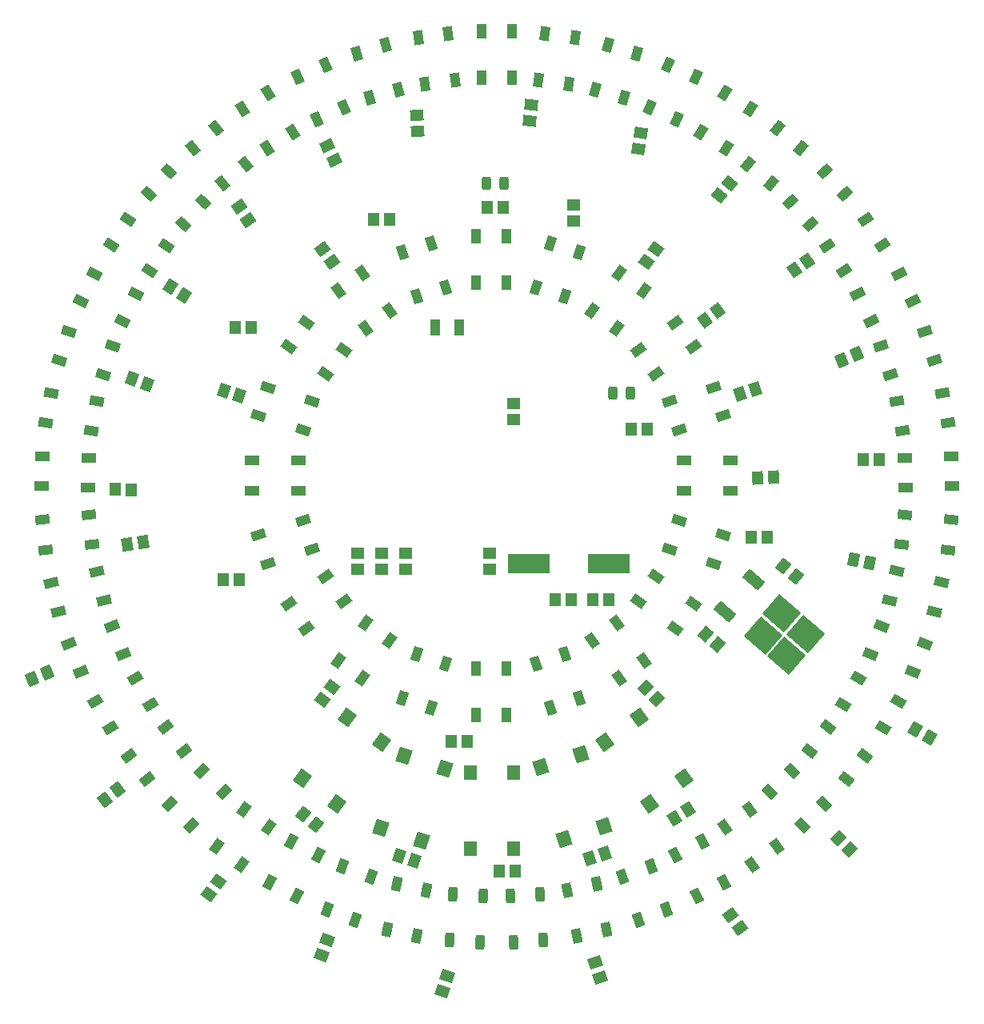
<source format=gbr>
%TF.GenerationSoftware,KiCad,Pcbnew,(6.0.5-0)*%
%TF.CreationDate,2022-07-21T12:39:38-05:00*%
%TF.ProjectId,HPS_Round_Clock,4850535f-526f-4756-9e64-5f436c6f636b,rev?*%
%TF.SameCoordinates,PX56c8cc0PY97a25c0*%
%TF.FileFunction,Paste,Top*%
%TF.FilePolarity,Positive*%
%FSLAX46Y46*%
G04 Gerber Fmt 4.6, Leading zero omitted, Abs format (unit mm)*
G04 Created by KiCad (PCBNEW (6.0.5-0)) date 2022-07-21 12:39:38*
%MOMM*%
%LPD*%
G01*
G04 APERTURE LIST*
G04 Aperture macros list*
%AMRoundRect*
0 Rectangle with rounded corners*
0 $1 Rounding radius*
0 $2 $3 $4 $5 $6 $7 $8 $9 X,Y pos of 4 corners*
0 Add a 4 corners polygon primitive as box body*
4,1,4,$2,$3,$4,$5,$6,$7,$8,$9,$2,$3,0*
0 Add four circle primitives for the rounded corners*
1,1,$1+$1,$2,$3*
1,1,$1+$1,$4,$5*
1,1,$1+$1,$6,$7*
1,1,$1+$1,$8,$9*
0 Add four rect primitives between the rounded corners*
20,1,$1+$1,$2,$3,$4,$5,0*
20,1,$1+$1,$4,$5,$6,$7,0*
20,1,$1+$1,$6,$7,$8,$9,0*
20,1,$1+$1,$8,$9,$2,$3,0*%
%AMRotRect*
0 Rectangle, with rotation*
0 The origin of the aperture is its center*
0 $1 length*
0 $2 width*
0 $3 Rotation angle, in degrees counterclockwise*
0 Add horizontal line*
21,1,$1,$2,0,0,$3*%
G04 Aperture macros list end*
%ADD10RotRect,1.500000X1.000000X126.000000*%
%ADD11RotRect,1.150000X1.400000X3.000000*%
%ADD12RotRect,1.500000X1.000000X324.000000*%
%ADD13R,1.150000X1.400000*%
%ADD14RotRect,1.150000X1.400000X126.000000*%
%ADD15RotRect,1.500000X1.000000X36.000000*%
%ADD16RotRect,1.150000X1.400000X169.000000*%
%ADD17RotRect,1.150000X1.400000X273.000000*%
%ADD18RotRect,1.500000X1.000000X98.000000*%
%ADD19RotRect,1.500000X1.000000X10.000000*%
%ADD20R,4.500000X2.000000*%
%ADD21RotRect,1.150000X1.400000X358.000000*%
%ADD22RotRect,1.150000X1.400000X36.000000*%
%ADD23RotRect,1.500000X1.000000X34.000000*%
%ADD24R,1.400000X1.150000*%
%ADD25RotRect,1.150000X1.400000X230.000000*%
%ADD26RotRect,1.500000X1.000000X258.000000*%
%ADD27RotRect,1.150000X1.400000X54.000000*%
%ADD28RotRect,1.500000X1.000000X234.000000*%
%ADD29RotRect,1.150000X1.400000X321.000000*%
%ADD30RotRect,1.500000X1.000000X306.000000*%
%ADD31RotRect,1.150000X1.400000X327.000000*%
%ADD32RotRect,1.500000X1.000000X50.000000*%
%ADD33RotRect,1.150000X1.400000X264.000000*%
%ADD34RotRect,1.500000X1.000000X18.000000*%
%ADD35RotRect,1.500000X1.000000X298.000000*%
%ADD36RotRect,1.150000X1.400000X330.000000*%
%ADD37RotRect,1.150000X1.400000X18.000000*%
%ADD38R,1.500000X1.000000*%
%ADD39RotRect,1.500000X1.000000X354.000000*%
%ADD40RotRect,1.500000X1.000000X290.000000*%
%ADD41RotRect,1.500000X1.000000X138.000000*%
%ADD42RotRect,1.500000X1.000000X226.000000*%
%ADD43RotRect,1.600000X1.400000X108.000000*%
%ADD44RotRect,1.500000X1.000000X42.000000*%
%ADD45RoundRect,0.243750X-0.243750X-0.456250X0.243750X-0.456250X0.243750X0.456250X-0.243750X0.456250X0*%
%ADD46RotRect,1.500000X1.000000X74.000000*%
%ADD47RotRect,1.150000X1.400000X315.000000*%
%ADD48RotRect,1.150000X1.400000X233.000000*%
%ADD49RotRect,1.500000X1.000000X194.000000*%
%ADD50RotRect,1.150000X1.400000X234.000000*%
%ADD51RotRect,1.150000X1.400000X9.000000*%
%ADD52RotRect,1.500000X1.000000X130.000000*%
%ADD53RotRect,1.150000X1.400000X261.000000*%
%ADD54RotRect,1.150000X1.400000X304.000000*%
%ADD55RotRect,1.500000X1.000000X274.000000*%
%ADD56RotRect,1.500000X1.000000X154.000000*%
%ADD57R,1.000000X1.800000*%
%ADD58R,1.000000X1.500000*%
%ADD59RotRect,1.150000X1.400000X202.000000*%
%ADD60RotRect,1.500000X1.000000X66.000000*%
%ADD61RotRect,1.150000X1.400000X214.000000*%
%ADD62RotRect,1.600000X1.400000X72.000000*%
%ADD63RotRect,1.600000X1.400000X54.000000*%
%ADD64RotRect,1.500000X1.000000X282.000000*%
%ADD65RotRect,1.150000X1.400000X250.000000*%
%ADD66RotRect,1.500000X1.000000X210.000000*%
%ADD67RotRect,1.500000X1.000000X186.000000*%
%ADD68RotRect,1.600000X1.400000X126.000000*%
%ADD69RotRect,1.500000X1.000000X218.000000*%
%ADD70RotRect,1.500000X1.000000X58.000000*%
%ADD71RotRect,1.500000X1.000000X250.000000*%
%ADD72RotRect,1.500000X1.000000X144.000000*%
%ADD73RotRect,1.500000X1.000000X122.000000*%
%ADD74RotRect,1.500000X1.000000X26.000000*%
%ADD75RotRect,1.500000X1.000000X106.000000*%
%ADD76RotRect,3.050000X2.750000X319.000000*%
%ADD77RotRect,2.200000X1.200000X319.000000*%
%ADD78RotRect,1.500000X1.000000X346.000000*%
%ADD79RoundRect,0.243750X0.243750X0.456250X-0.243750X0.456250X-0.243750X-0.456250X0.243750X-0.456250X0*%
%ADD80R,1.400000X1.600000*%
%ADD81RotRect,1.500000X1.000000X216.000000*%
%ADD82RotRect,1.500000X1.000000X72.000000*%
%ADD83RotRect,1.500000X1.000000X2.000000*%
%ADD84RotRect,1.150000X1.400000X218.000000*%
%ADD85RotRect,1.150000X1.400000X162.000000*%
%ADD86RotRect,1.150000X1.400000X314.000000*%
%ADD87RotRect,1.500000X1.000000X314.000000*%
%ADD88RotRect,1.500000X1.000000X198.000000*%
%ADD89RotRect,1.150000X1.400000X296.000000*%
%ADD90RotRect,1.500000X1.000000X330.000000*%
%ADD91RotRect,1.150000X1.400000X306.000000*%
%ADD92RotRect,1.150000X1.400000X288.000000*%
%ADD93RotRect,1.500000X1.000000X146.000000*%
%ADD94RotRect,1.500000X1.000000X54.000000*%
%ADD95RotRect,1.500000X1.000000X178.000000*%
%ADD96RotRect,1.500000X1.000000X252.000000*%
%ADD97RotRect,1.500000X1.000000X288.000000*%
%ADD98RotRect,1.500000X1.000000X322.000000*%
%ADD99RotRect,1.150000X1.400000X340.000000*%
%ADD100RotRect,1.500000X1.000000X338.000000*%
%ADD101RotRect,1.150000X1.400000X319.000000*%
%ADD102RotRect,1.150000X1.400000X198.000000*%
%ADD103RotRect,1.500000X1.000000X82.000000*%
%ADD104RotRect,1.500000X1.000000X108.000000*%
%ADD105RotRect,1.500000X1.000000X342.000000*%
%ADD106RotRect,1.500000X1.000000X242.000000*%
%ADD107RotRect,1.150000X1.400000X252.000000*%
%ADD108RotRect,1.150000X1.400000X212.000000*%
%ADD109RotRect,1.500000X1.000000X114.000000*%
%ADD110RotRect,1.500000X1.000000X170.000000*%
%ADD111RotRect,1.500000X1.000000X202.000000*%
%ADD112RotRect,1.500000X1.000000X266.000000*%
%ADD113RotRect,1.500000X1.000000X162.000000*%
G04 APERTURE END LIST*
D10*
%TO.C,D64*%
X44795589Y81556677D03*
X42206735Y79675764D03*
X45086883Y75711581D03*
X47675737Y77592494D03*
%TD*%
D11*
%TO.C,C41*%
X86586165Y59895514D03*
X88283835Y59984486D03*
%TD*%
D12*
%TO.C,D53*%
X77913770Y43968729D03*
X79794683Y46557583D03*
X75830500Y49437731D03*
X73949587Y46848877D03*
%TD*%
D13*
%TO.C,R4*%
X60980000Y18284000D03*
X59280000Y18284000D03*
%TD*%
D14*
%TO.C,C61*%
X41579617Y82747336D03*
X40580383Y84122664D03*
%TD*%
D15*
%TO.C,D49*%
X79794683Y73722418D03*
X77913770Y76311272D03*
X73949587Y73431124D03*
X75830500Y70842270D03*
%TD*%
D16*
%TO.C,C43*%
X98429383Y50887812D03*
X96760617Y51212188D03*
%TD*%
D17*
%TO.C,C40*%
X50560514Y98253835D03*
X50649486Y96556165D03*
%TD*%
D18*
%TO.C,D45*%
X53880460Y106847891D03*
X50711602Y106402537D03*
X51393550Y101550223D03*
X54562408Y101995577D03*
%TD*%
D19*
%TO.C,D11*%
X106716026Y65712941D03*
X106160352Y68864325D03*
X101334794Y68013449D03*
X101890468Y64862065D03*
%TD*%
D20*
%TO.C,Y1*%
X70869000Y50796000D03*
X62369000Y50796000D03*
%TD*%
D21*
%TO.C,C59*%
X18640518Y58699665D03*
X20339482Y58640335D03*
%TD*%
D22*
%TO.C,C65*%
X81032336Y76585383D03*
X82407664Y77584617D03*
%TD*%
D23*
%TO.C,D8*%
X99829448Y84533862D03*
X98040030Y87186783D03*
X93977746Y84446738D03*
X95767164Y81793817D03*
%TD*%
D24*
%TO.C,C57*%
X67115000Y87030000D03*
X67115000Y88730000D03*
%TD*%
D25*
%TO.C,C66*%
X83625000Y91055000D03*
X82532262Y89752724D03*
%TD*%
D13*
%TO.C,R8*%
X58010000Y88515000D03*
X59710000Y88515000D03*
%TD*%
D26*
%TO.C,D25*%
X47419857Y12139289D03*
X50549930Y11473972D03*
X51568697Y16266895D03*
X48438624Y16932212D03*
%TD*%
D27*
%TO.C,C54*%
X74870383Y82747336D03*
X75869617Y84122664D03*
%TD*%
D28*
%TO.C,D28*%
X29391957Y20894109D03*
X31980811Y19013196D03*
X34860959Y22977379D03*
X32272105Y24858292D03*
%TD*%
D13*
%TO.C,R9*%
X73250000Y65020000D03*
X74950000Y65020000D03*
%TD*%
D29*
%TO.C,R1*%
X38514426Y24279922D03*
X39835574Y23210078D03*
%TD*%
D30*
%TO.C,D54*%
X71960424Y38723324D03*
X74549278Y40604237D03*
X71669130Y44568420D03*
X69080276Y42687507D03*
%TD*%
D31*
%TO.C,C47*%
X24492130Y80087943D03*
X25917870Y79162057D03*
%TD*%
D32*
%TO.C,D6*%
X91188750Y94795901D03*
X88737408Y96852821D03*
X85587748Y93099203D03*
X88039090Y91042283D03*
%TD*%
D33*
%TO.C,C53*%
X62670000Y99310000D03*
X62492302Y97619312D03*
%TD*%
D34*
%TO.C,D10*%
X105306819Y72287658D03*
X104317964Y75331039D03*
X99657787Y73816856D03*
X100646642Y70773475D03*
%TD*%
D35*
%TO.C,D20*%
X80201728Y15641261D03*
X83027160Y17143570D03*
X80726750Y21470013D03*
X77901318Y19967704D03*
%TD*%
D36*
%TO.C,C60*%
X103310000Y33270000D03*
X104782244Y32420000D03*
%TD*%
D37*
%TO.C,C52*%
X84721602Y68737336D03*
X86338398Y69262664D03*
%TD*%
D38*
%TO.C,D61*%
X33068007Y61740000D03*
X33068007Y58540000D03*
X37968007Y58540000D03*
X37968007Y61740000D03*
%TD*%
D39*
%TO.C,D13*%
X106738874Y52297629D03*
X107073365Y55480099D03*
X102200208Y55992289D03*
X101865717Y52809819D03*
%TD*%
D40*
%TO.C,D21*%
X73971601Y13111775D03*
X76978618Y14206239D03*
X75302719Y18810733D03*
X72295702Y17716269D03*
%TD*%
D41*
%TO.C,D40*%
X24273322Y92345054D03*
X22132104Y89966990D03*
X25773514Y86688250D03*
X27914732Y89066314D03*
%TD*%
D42*
%TO.C,D29*%
X24387362Y25384856D03*
X26689250Y23161949D03*
X30093076Y26686714D03*
X27791188Y28909621D03*
%TD*%
D43*
%TO.C,SW4*%
X67903809Y30689514D03*
X70375945Y23081062D03*
X63624055Y29298938D03*
X66096191Y21690486D03*
%TD*%
D44*
%TO.C,D7*%
X95867895Y89966990D03*
X93726677Y92345054D03*
X90085267Y89066314D03*
X92226485Y86688250D03*
%TD*%
D45*
%TO.C,D66*%
X57922500Y91055000D03*
X59797500Y91055000D03*
%TD*%
D46*
%TO.C,D3*%
X73815469Y104786956D03*
X70739432Y105668996D03*
X69388809Y100958814D03*
X72464846Y100076774D03*
%TD*%
D47*
%TO.C,C45*%
X74735000Y37715000D03*
X75937082Y36512918D03*
%TD*%
D48*
%TO.C,C64*%
X41591543Y37758840D03*
X40568457Y36401160D03*
%TD*%
D13*
%TO.C,C6*%
X70850000Y47000000D03*
X69150000Y47000000D03*
%TD*%
D49*
%TO.C,D33*%
X11873779Y48823096D03*
X12647930Y45718149D03*
X17402379Y46903566D03*
X16628228Y50008513D03*
%TD*%
D50*
%TO.C,C50*%
X29499617Y17187664D03*
X28500383Y15812336D03*
%TD*%
D51*
%TO.C,C62*%
X19920465Y52822031D03*
X21599535Y53087969D03*
%TD*%
D52*
%TO.C,D41*%
X29262591Y96852821D03*
X26811249Y94795901D03*
X29960909Y91042283D03*
X32412251Y93099203D03*
%TD*%
D13*
%TO.C,R10*%
X31340000Y75815000D03*
X33040000Y75815000D03*
%TD*%
%TO.C,C51*%
X55900000Y32000000D03*
X54200000Y32000000D03*
%TD*%
D53*
%TO.C,C70*%
X74232969Y96339535D03*
X73967031Y94660465D03*
%TD*%
D13*
%TO.C,R11*%
X47645000Y87245000D03*
X45945000Y87245000D03*
%TD*%
D24*
%TO.C,R6*%
X46795000Y50200000D03*
X46795000Y51900000D03*
%TD*%
D54*
%TO.C,C58*%
X31714686Y88584682D03*
X32665314Y87175318D03*
%TD*%
D55*
%TO.C,D23*%
X60764066Y10759730D03*
X63956271Y10982950D03*
X63614464Y15871014D03*
X60422259Y15647794D03*
%TD*%
D56*
%TO.C,D38*%
X16406484Y81478409D03*
X15003697Y78602268D03*
X19407788Y76454249D03*
X20810575Y79330390D03*
%TD*%
D57*
%TO.C,Y2*%
X54996000Y75815000D03*
X52496000Y75815000D03*
%TD*%
D58*
%TO.C,D1*%
X60600000Y107094000D03*
X57400000Y107094000D03*
X57400000Y102194000D03*
X60600000Y102194000D03*
%TD*%
D59*
%TO.C,C46*%
X11388106Y39303416D03*
X9811894Y38666584D03*
%TD*%
D60*
%TO.C,D4*%
X80054177Y102278707D03*
X77130831Y103580264D03*
X75137821Y99103891D03*
X78061167Y97802334D03*
%TD*%
D24*
%TO.C,C7*%
X44255000Y50200000D03*
X44255000Y51900000D03*
%TD*%
D61*
%TO.C,C71*%
X91880000Y82800000D03*
X90470636Y81849372D03*
%TD*%
D62*
%TO.C,SW2*%
X53503945Y29108938D03*
X51031809Y21500486D03*
X49224191Y30499514D03*
X46752055Y22891062D03*
%TD*%
D13*
%TO.C,C69*%
X99500000Y61845000D03*
X97800000Y61845000D03*
%TD*%
D24*
%TO.C,C5*%
X60765000Y66075000D03*
X60765000Y67775000D03*
%TD*%
D63*
%TO.C,SW1*%
X46791429Y31913551D03*
X42089147Y25441415D03*
X43150853Y34558585D03*
X38448571Y28086449D03*
%TD*%
D64*
%TO.C,D22*%
X67450069Y11473972D03*
X70580142Y12139289D03*
X69561375Y16932212D03*
X66431302Y16266895D03*
%TD*%
D65*
%TO.C,C67*%
X41080000Y11045000D03*
X40498566Y9447522D03*
%TD*%
D66*
%TO.C,D31*%
X16483556Y36224641D03*
X18083556Y33453359D03*
X22327080Y35903359D03*
X20727080Y38674641D03*
%TD*%
D67*
%TO.C,D34*%
X10926634Y55480099D03*
X11261125Y52297629D03*
X16134282Y52809819D03*
X15799791Y55992289D03*
%TD*%
D68*
%TO.C,SW5*%
X74089147Y34558585D03*
X78791429Y28086449D03*
X70448571Y31913551D03*
X75150853Y25441415D03*
%TD*%
D69*
%TO.C,D30*%
X20056463Y30528405D03*
X22026580Y28006770D03*
X25887833Y31023511D03*
X23917716Y33545146D03*
%TD*%
D70*
%TO.C,D5*%
X85883087Y98926606D03*
X83169333Y100622348D03*
X80572729Y96466912D03*
X83286483Y94771170D03*
%TD*%
D71*
%TO.C,D26*%
X41021381Y14206239D03*
X44028398Y13111775D03*
X45704297Y17716269D03*
X42697280Y18810733D03*
%TD*%
D72*
%TO.C,D63*%
X38842243Y76311272D03*
X36961330Y73722418D03*
X40925513Y70842270D03*
X42806426Y73431124D03*
%TD*%
D73*
%TO.C,D42*%
X34830666Y100622348D03*
X32116912Y98926606D03*
X34713516Y94771170D03*
X37427270Y96466912D03*
%TD*%
D74*
%TO.C,D9*%
X102996302Y78602268D03*
X101593515Y81478409D03*
X97189424Y79330390D03*
X98592211Y76454249D03*
%TD*%
D75*
%TO.C,D44*%
X47260567Y105668996D03*
X44184530Y104786956D03*
X45535153Y100076774D03*
X48611190Y100958814D03*
%TD*%
D76*
%TO.C,U1*%
X91688485Y43343123D03*
X87159228Y43239057D03*
X89687505Y41041259D03*
X89160208Y45540921D03*
D77*
X86165000Y49145000D03*
X83173371Y45703524D03*
%TD*%
D78*
%TO.C,D14*%
X105300149Y45729818D03*
X106074300Y48834765D03*
X101319851Y50020182D03*
X100545700Y46915235D03*
%TD*%
D79*
%TO.C,D100*%
X73132500Y68830000D03*
X71257500Y68830000D03*
%TD*%
D59*
%TO.C,C48*%
X97113106Y72958416D03*
X95536894Y72321584D03*
%TD*%
D80*
%TO.C,SW3*%
X60741000Y28710000D03*
X60741000Y20710000D03*
X56241000Y28710000D03*
X56241000Y20710000D03*
%TD*%
D81*
%TO.C,D59*%
X36961330Y46557583D03*
X38842243Y43968729D03*
X42806426Y46848877D03*
X40925513Y49437731D03*
%TD*%
D82*
%TO.C,D47*%
X67720917Y83716813D03*
X64677536Y84705668D03*
X63163353Y80045491D03*
X66206734Y79056636D03*
%TD*%
D83*
%TO.C,D12*%
X107196495Y59006083D03*
X107084816Y62204134D03*
X102187801Y62033127D03*
X102299480Y58835076D03*
%TD*%
D84*
%TO.C,C39*%
X18855000Y26920000D03*
X17515382Y25873376D03*
%TD*%
D85*
%TO.C,C44*%
X31728398Y68567336D03*
X30111602Y69092664D03*
%TD*%
D38*
%TO.C,D51*%
X83688007Y58540000D03*
X83688007Y61740000D03*
X78788007Y61740000D03*
X78788007Y58540000D03*
%TD*%
D86*
%TO.C,C42*%
X95144080Y21792878D03*
X96325000Y20570000D03*
%TD*%
D87*
%TO.C,D18*%
X91310749Y23161949D03*
X93612637Y25384856D03*
X90208811Y28909621D03*
X87906923Y26686714D03*
%TD*%
D88*
%TO.C,D60*%
X33812339Y53840471D03*
X34801194Y50797090D03*
X39461371Y52311273D03*
X38472516Y55354654D03*
%TD*%
D89*
%TO.C,C56*%
X41080000Y94993975D03*
X41825230Y93466025D03*
%TD*%
D24*
%TO.C,C1*%
X58225000Y51900000D03*
X58225000Y50200000D03*
%TD*%
D90*
%TO.C,D16*%
X99916443Y33453360D03*
X101516443Y36224642D03*
X97272919Y38674642D03*
X95672919Y35903360D03*
%TD*%
D91*
%TO.C,C49*%
X83760383Y13637664D03*
X84759617Y12262336D03*
%TD*%
D24*
%TO.C,R7*%
X49335000Y50200000D03*
X49335000Y51900000D03*
%TD*%
D92*
%TO.C,C63*%
X69392336Y8678398D03*
X69917664Y7061602D03*
%TD*%
D93*
%TO.C,D39*%
X19959969Y87186783D03*
X18170551Y84533862D03*
X22232835Y81793817D03*
X24022253Y84446738D03*
%TD*%
D58*
%TO.C,D46*%
X59978007Y85450000D03*
X56778007Y85450000D03*
X56778007Y80550000D03*
X59978007Y80550000D03*
%TD*%
D34*
%TO.C,D50*%
X82943674Y66439530D03*
X81954819Y69482911D03*
X77294642Y67968728D03*
X78283497Y64925347D03*
%TD*%
D94*
%TO.C,D48*%
X74549278Y79675764D03*
X71960424Y81556677D03*
X69080276Y77592494D03*
X71669130Y75711581D03*
%TD*%
D95*
%TO.C,D35*%
X10915183Y62204134D03*
X10803504Y59006083D03*
X15700519Y58835076D03*
X15812198Y62033127D03*
%TD*%
D96*
%TO.C,D57*%
X49035096Y36563188D03*
X52078477Y35574333D03*
X53592660Y40234510D03*
X50549279Y41223365D03*
%TD*%
D97*
%TO.C,D55*%
X64677536Y35574333D03*
X67720917Y36563188D03*
X66206734Y41223365D03*
X63163353Y40234510D03*
%TD*%
D98*
%TO.C,D17*%
X95973419Y28006770D03*
X97943536Y30528405D03*
X94082283Y33545146D03*
X92112166Y31023511D03*
%TD*%
D99*
%TO.C,C55*%
X20432522Y70390717D03*
X22030000Y69809283D03*
%TD*%
D100*
%TO.C,D15*%
X103063075Y39395707D03*
X104261816Y42362695D03*
X99718615Y44198267D03*
X98519874Y41231279D03*
%TD*%
D28*
%TO.C,D58*%
X42206735Y40604237D03*
X44795589Y38723324D03*
X47675737Y42687507D03*
X45086883Y44568420D03*
%TD*%
D101*
%TO.C,C3*%
X81078497Y43352650D03*
X82361503Y42237350D03*
%TD*%
D102*
%TO.C,R5*%
X70463398Y20197664D03*
X68846602Y19672336D03*
%TD*%
D58*
%TO.C,D56*%
X56778007Y34830000D03*
X59978007Y34830000D03*
X59978007Y39730000D03*
X56778007Y39730000D03*
%TD*%
D29*
%TO.C,C2*%
X89339426Y50534922D03*
X90660574Y49465078D03*
%TD*%
D103*
%TO.C,D2*%
X67288397Y106402537D03*
X64119539Y106847891D03*
X63437591Y101995577D03*
X66606449Y101550223D03*
%TD*%
D30*
%TO.C,D19*%
X86019188Y19013196D03*
X88608042Y20894109D03*
X85727894Y24858292D03*
X83139040Y22977379D03*
%TD*%
D13*
%TO.C,C4*%
X66850000Y47000000D03*
X65150000Y47000000D03*
%TD*%
%TO.C,C68*%
X85950000Y53590000D03*
X87650000Y53590000D03*
%TD*%
D104*
%TO.C,D65*%
X52078477Y84705668D03*
X49035096Y83716813D03*
X50549279Y79056636D03*
X53592660Y80045491D03*
%TD*%
D105*
%TO.C,D52*%
X81954819Y50797090D03*
X82943674Y53840471D03*
X78283497Y55354654D03*
X77294642Y52311273D03*
%TD*%
D13*
%TO.C,C72*%
X31770000Y49145000D03*
X30070000Y49145000D03*
%TD*%
D106*
%TO.C,D27*%
X34972839Y17143570D03*
X37798271Y15641261D03*
X40098681Y19967704D03*
X37273249Y21470013D03*
%TD*%
D107*
%TO.C,C38*%
X53780000Y7235000D03*
X53254672Y5618204D03*
%TD*%
D108*
%TO.C,R2*%
X79265841Y24830431D03*
X77824159Y23929569D03*
%TD*%
D109*
%TO.C,D43*%
X40869168Y103580264D03*
X37945822Y102278707D03*
X39938832Y97802334D03*
X42862178Y99103891D03*
%TD*%
D110*
%TO.C,D36*%
X11839647Y68864325D03*
X11283973Y65712941D03*
X16109531Y64862065D03*
X16665205Y68013449D03*
%TD*%
D111*
%TO.C,D32*%
X13738183Y42362695D03*
X14936924Y39395707D03*
X19480125Y41231279D03*
X18281384Y44198267D03*
%TD*%
D112*
%TO.C,D24*%
X54043728Y10982950D03*
X57235933Y10759730D03*
X57577740Y15647794D03*
X54385535Y15871014D03*
%TD*%
D113*
%TO.C,D37*%
X13682035Y75331039D03*
X12693180Y72287658D03*
X17353357Y70773475D03*
X18342212Y73816856D03*
%TD*%
D85*
%TO.C,R3*%
X50316796Y19409672D03*
X48700000Y19935000D03*
%TD*%
D113*
%TO.C,D62*%
X34801194Y69482911D03*
X33812339Y66439530D03*
X38472516Y64925347D03*
X39461371Y67968728D03*
%TD*%
M02*

</source>
